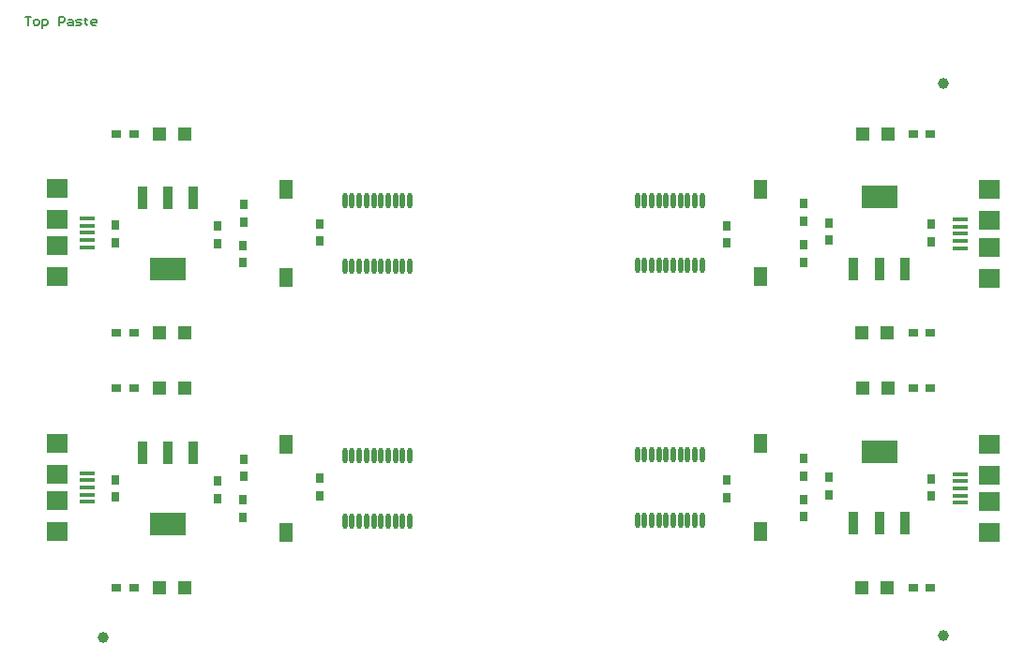
<source format=gtp>
G04*
G04 #@! TF.GenerationSoftware,Altium Limited,Altium Designer,21.2.2 (38)*
G04*
G04 Layer_Color=8421504*
%FSLAX24Y24*%
%MOIN*%
G70*
G04*
G04 #@! TF.SameCoordinates,4FF2B1F3-0D2B-4292-BC26-430B10DD4990*
G04*
G04*
G04 #@! TF.FilePolarity,Positive*
G04*
G01*
G75*
%ADD10C,0.0394*%
%ADD12C,0.0050*%
%ADD14R,0.0380X0.0315*%
%ADD15R,0.0450X0.0500*%
%ADD16O,0.0177X0.0551*%
%ADD17R,0.0315X0.0380*%
%ADD18R,0.0472X0.0709*%
%ADD19R,0.0335X0.0787*%
%ADD20R,0.1260X0.0787*%
%ADD21R,0.0551X0.0157*%
%ADD22R,0.0748X0.0709*%
%ADD34R,0.0315X0.0380*%
D10*
X56046Y23496D02*
D03*
X56061Y43133D02*
D03*
X26190Y23420D02*
D03*
D12*
X23410Y45510D02*
X23610D01*
X23510D01*
Y45210D01*
X23760D02*
X23860D01*
X23910Y45260D01*
Y45360D01*
X23860Y45410D01*
X23760D01*
X23710Y45360D01*
Y45260D01*
X23760Y45210D01*
X24010Y45110D02*
Y45410D01*
X24160D01*
X24210Y45360D01*
Y45260D01*
X24160Y45210D01*
X24010D01*
X24610D02*
Y45510D01*
X24760D01*
X24810Y45460D01*
Y45360D01*
X24760Y45310D01*
X24610D01*
X24959Y45410D02*
X25059D01*
X25109Y45360D01*
Y45210D01*
X24959D01*
X24910Y45260D01*
X24959Y45310D01*
X25109D01*
X25209Y45210D02*
X25359D01*
X25409Y45260D01*
X25359Y45310D01*
X25259D01*
X25209Y45360D01*
X25259Y45410D01*
X25409D01*
X25559Y45460D02*
Y45410D01*
X25509D01*
X25609D01*
X25559D01*
Y45260D01*
X25609Y45210D01*
X25909D02*
X25809D01*
X25759Y45260D01*
Y45360D01*
X25809Y45410D01*
X25909D01*
X25959Y45360D01*
Y45310D01*
X25759D01*
D14*
X27270Y25211D02*
D03*
X26650D02*
D03*
X26660Y32291D02*
D03*
X27280D02*
D03*
X27270Y34266D02*
D03*
X26650D02*
D03*
X26660Y41346D02*
D03*
X27280D02*
D03*
X54981Y41341D02*
D03*
X55601D02*
D03*
X55591Y34261D02*
D03*
X54971D02*
D03*
X54981Y32286D02*
D03*
X55601D02*
D03*
X55591Y25206D02*
D03*
X54971D02*
D03*
D15*
X28180Y25211D02*
D03*
X29080D02*
D03*
X28200Y32291D02*
D03*
X29100D02*
D03*
X28180Y34266D02*
D03*
X29080D02*
D03*
X28200Y41346D02*
D03*
X29100D02*
D03*
X54071Y41341D02*
D03*
X53171D02*
D03*
X54051Y34261D02*
D03*
X53151D02*
D03*
X54071Y32286D02*
D03*
X53171D02*
D03*
X54051Y25206D02*
D03*
X53151D02*
D03*
D16*
X37082Y29903D02*
D03*
X36826D02*
D03*
X36570D02*
D03*
X36314D02*
D03*
X36058D02*
D03*
X35802D02*
D03*
X34778D02*
D03*
X37082Y27580D02*
D03*
X36826D02*
D03*
X36570D02*
D03*
X36314D02*
D03*
X36058D02*
D03*
X35802D02*
D03*
X35546D02*
D03*
X35290D02*
D03*
X35034D02*
D03*
X34778D02*
D03*
X35290Y29903D02*
D03*
X35546D02*
D03*
X35034D02*
D03*
X37082Y38958D02*
D03*
X36826D02*
D03*
X36570D02*
D03*
X36314D02*
D03*
X36058D02*
D03*
X35802D02*
D03*
X34778D02*
D03*
X37082Y36635D02*
D03*
X36826D02*
D03*
X36570D02*
D03*
X36314D02*
D03*
X36058D02*
D03*
X35802D02*
D03*
X35546D02*
D03*
X35290D02*
D03*
X35034D02*
D03*
X34778D02*
D03*
X35290Y38958D02*
D03*
X35546D02*
D03*
X35034D02*
D03*
X45170Y36650D02*
D03*
X45426D02*
D03*
X45682D02*
D03*
X45938D02*
D03*
X46193D02*
D03*
X46449D02*
D03*
X47473D02*
D03*
X45170Y38973D02*
D03*
X45426D02*
D03*
X45682D02*
D03*
X45938D02*
D03*
X46193D02*
D03*
X46449D02*
D03*
X46705D02*
D03*
X46961D02*
D03*
X47217D02*
D03*
X47473D02*
D03*
X46961Y36650D02*
D03*
X46705D02*
D03*
X47217D02*
D03*
X45170Y27595D02*
D03*
X45426D02*
D03*
X45682D02*
D03*
X45938D02*
D03*
X46193D02*
D03*
X46449D02*
D03*
X47473D02*
D03*
X45170Y29918D02*
D03*
X45426D02*
D03*
X45682D02*
D03*
X45938D02*
D03*
X46193D02*
D03*
X46449D02*
D03*
X46705D02*
D03*
X46961D02*
D03*
X47217D02*
D03*
X47473D02*
D03*
X46961Y27595D02*
D03*
X46705D02*
D03*
X47217D02*
D03*
D17*
X33900Y28471D02*
D03*
Y29091D02*
D03*
X31160Y28316D02*
D03*
Y27696D02*
D03*
X31170Y29156D02*
D03*
Y29776D02*
D03*
X30250Y28381D02*
D03*
Y29001D02*
D03*
X26620Y29041D02*
D03*
Y28421D02*
D03*
X33900Y37526D02*
D03*
Y38146D02*
D03*
X31160Y37371D02*
D03*
Y36751D02*
D03*
X31170Y38211D02*
D03*
Y38831D02*
D03*
X30250Y37436D02*
D03*
Y38056D02*
D03*
X26620Y38096D02*
D03*
Y37476D02*
D03*
X48351Y38081D02*
D03*
Y37461D02*
D03*
X55631Y37511D02*
D03*
Y38131D02*
D03*
X48351Y29026D02*
D03*
Y28406D02*
D03*
X55631Y28456D02*
D03*
Y29076D02*
D03*
D18*
X32698Y27178D02*
D03*
X32690Y30301D02*
D03*
X32698Y36233D02*
D03*
X32690Y39356D02*
D03*
X49554Y39375D02*
D03*
X49561Y36251D02*
D03*
X49554Y30319D02*
D03*
X49561Y27196D02*
D03*
D19*
X28480Y30011D02*
D03*
X27574D02*
D03*
X29386D02*
D03*
X28480Y39066D02*
D03*
X27574D02*
D03*
X29386D02*
D03*
X53771Y36541D02*
D03*
X54677D02*
D03*
X52866D02*
D03*
X53771Y27486D02*
D03*
X54677D02*
D03*
X52866D02*
D03*
D20*
X28480Y27461D02*
D03*
Y36516D02*
D03*
X53771Y39091D02*
D03*
Y30036D02*
D03*
D21*
X25603Y29281D02*
D03*
Y28257D02*
D03*
Y29025D02*
D03*
Y28769D02*
D03*
Y28513D02*
D03*
Y38336D02*
D03*
Y37312D02*
D03*
Y38080D02*
D03*
Y37824D02*
D03*
Y37568D02*
D03*
X56648Y37272D02*
D03*
Y38296D02*
D03*
Y37528D02*
D03*
Y37784D02*
D03*
Y38040D02*
D03*
Y28217D02*
D03*
Y29241D02*
D03*
Y28473D02*
D03*
Y28729D02*
D03*
Y28985D02*
D03*
D22*
X24560Y30343D02*
D03*
Y27194D02*
D03*
Y28296D02*
D03*
Y29241D02*
D03*
Y39399D02*
D03*
Y36249D02*
D03*
Y37351D02*
D03*
Y38296D02*
D03*
X57691Y36209D02*
D03*
Y39359D02*
D03*
Y38256D02*
D03*
Y37311D02*
D03*
Y27154D02*
D03*
Y30303D02*
D03*
Y29201D02*
D03*
Y28256D02*
D03*
D34*
X51091Y38236D02*
D03*
Y38856D02*
D03*
X51081Y37396D02*
D03*
Y36776D02*
D03*
X52001Y38171D02*
D03*
Y37551D02*
D03*
X51091Y29181D02*
D03*
Y29801D02*
D03*
X51081Y28341D02*
D03*
Y27721D02*
D03*
X52001Y29116D02*
D03*
Y28496D02*
D03*
M02*

</source>
